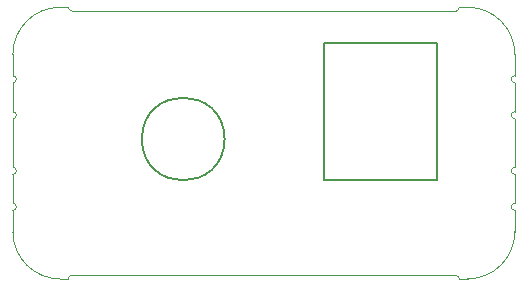
<source format=gbr>
%TF.GenerationSoftware,KiCad,Pcbnew,7.0.2*%
%TF.CreationDate,2023-05-24T14:08:54-03:00*%
%TF.ProjectId,Back_painel,4261636b-5f70-4616-996e-656c2e6b6963,rev?*%
%TF.SameCoordinates,Original*%
%TF.FileFunction,Profile,NP*%
%FSLAX46Y46*%
G04 Gerber Fmt 4.6, Leading zero omitted, Abs format (unit mm)*
G04 Created by KiCad (PCBNEW 7.0.2) date 2023-05-24 14:08:54*
%MOMM*%
%LPD*%
G01*
G04 APERTURE LIST*
%TA.AperFunction,Profile*%
%ADD10C,0.050000*%
%TD*%
%TA.AperFunction,Profile*%
%ADD11C,0.200000*%
%TD*%
G04 APERTURE END LIST*
D10*
X169751100Y-107053600D02*
G75*
G03*
X169751100Y-107653600I0J-300000D01*
G01*
X169751100Y-110103600D02*
G75*
G03*
X169751100Y-110703600I0J-300000D01*
G01*
X131251100Y-93503600D02*
G75*
G03*
X127251100Y-97503600I0J-4000000D01*
G01*
X164751100Y-93803600D02*
G75*
G03*
X165051100Y-93503600I0J300000D01*
G01*
X127251100Y-99303600D02*
X127251100Y-97503600D01*
X165751100Y-116503600D02*
X165051100Y-116503600D01*
X169751100Y-107653600D02*
X169751100Y-110103600D01*
X169751100Y-99903600D02*
X169751100Y-102353600D01*
X127251100Y-112503600D02*
G75*
G03*
X131251100Y-116503600I4000000J0D01*
G01*
X164751100Y-116203600D02*
X132251100Y-116203600D01*
X132251100Y-116203600D02*
G75*
G03*
X131951100Y-116503600I0J-300000D01*
G01*
X127251100Y-112503600D02*
X127251100Y-110703600D01*
X169751100Y-97503600D02*
G75*
G03*
X165751100Y-93503600I-4000000J0D01*
G01*
X169751100Y-102953600D02*
X169751100Y-107053600D01*
X127251100Y-102353600D02*
X127251100Y-99903600D01*
X131951100Y-93503600D02*
G75*
G03*
X132251100Y-93803600I299900J-100D01*
G01*
X132251100Y-93803600D02*
X164751100Y-93803600D01*
X169751100Y-110703600D02*
X169751100Y-112503600D01*
X127251100Y-110103600D02*
X127251100Y-107653600D01*
X127251100Y-110703600D02*
G75*
G03*
X127251100Y-110103600I0J300000D01*
G01*
X165051100Y-116503600D02*
G75*
G03*
X164751100Y-116203600I-300100J-100D01*
G01*
X127251100Y-107053600D02*
X127251100Y-102953600D01*
X127251100Y-102953600D02*
G75*
G03*
X127251100Y-102353600I0J300000D01*
G01*
X131951100Y-116503600D02*
X131251100Y-116503600D01*
X165051100Y-93503600D02*
X165751100Y-93503600D01*
X127251100Y-107653600D02*
G75*
G03*
X127251100Y-107053600I0J300000D01*
G01*
D11*
X153624470Y-96560100D02*
X163124470Y-96560100D01*
X163124470Y-108110100D01*
X153624470Y-108110100D01*
X153624470Y-96560100D01*
D10*
X169751100Y-97503600D02*
X169751100Y-99303600D01*
X165751100Y-116503600D02*
G75*
G03*
X169751100Y-112503600I0J4000000D01*
G01*
X131251100Y-93503600D02*
X131951100Y-93503600D01*
X127251100Y-99903600D02*
G75*
G03*
X127251100Y-99303600I0J300000D01*
G01*
X169751100Y-99303600D02*
G75*
G03*
X169751100Y-99903600I0J-300000D01*
G01*
D11*
X145174470Y-104660100D02*
G75*
G03*
X145174470Y-104660100I-3500000J0D01*
G01*
D10*
X169751100Y-102353600D02*
G75*
G03*
X169751100Y-102953600I0J-300000D01*
G01*
M02*

</source>
